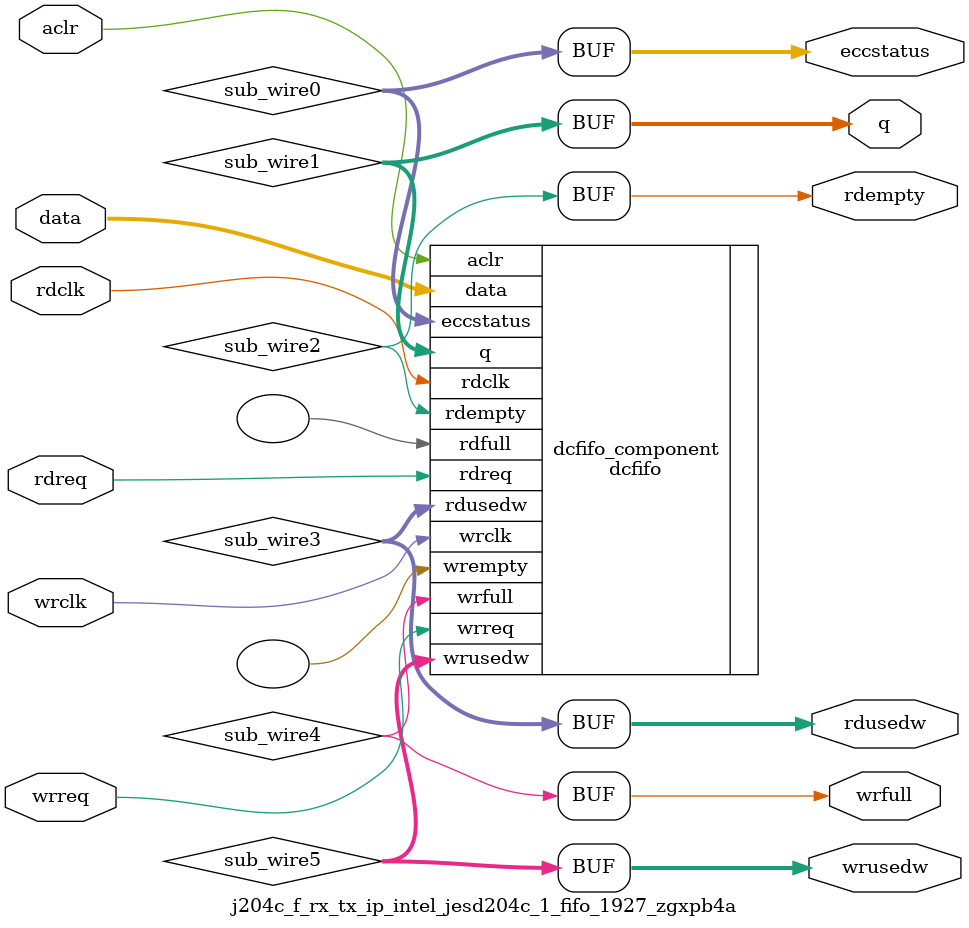
<source format=v>



`timescale 1 ps / 1 ps
// synopsys translate_on
module  j204c_f_rx_tx_ip_intel_jesd204c_1_fifo_1927_zgxpb4a  (
    aclr,
    data,
    rdclk,
    rdreq,
    wrclk,
    wrreq,
    eccstatus,
    q,
    rdempty,
    rdusedw,
    wrfull,
    wrusedw);

    input    aclr;
    input  [63:0]  data;
    input    rdclk;
    input    rdreq;
    input    wrclk;
    input    wrreq;
    output [1:0]  eccstatus;
    output [63:0]  q;
    output   rdempty;
    output [2:0]  rdusedw;
    output   wrfull;
    output [2:0]  wrusedw;
`ifndef ALTERA_RESERVED_QIS
// synopsys translate_off
`endif
    tri0     aclr;
`ifndef ALTERA_RESERVED_QIS
// synopsys translate_on
`endif

    wire [1:0] sub_wire0;
    wire [63:0] sub_wire1;
    wire  sub_wire2;
    wire [2:0] sub_wire3;
    wire  sub_wire4;
    wire [2:0] sub_wire5;
    wire [1:0] eccstatus = sub_wire0[1:0];
    wire [63:0] q = sub_wire1[63:0];
    wire  rdempty = sub_wire2;
    wire [2:0] rdusedw = sub_wire3[2:0];
    wire  wrfull = sub_wire4;
    wire [2:0] wrusedw = sub_wire5[2:0];

    dcfifo  dcfifo_component (
                .aclr (aclr),
                .data (data),
                .rdclk (rdclk),
                .rdreq (rdreq),
                .wrclk (wrclk),
                .wrreq (wrreq),
                .eccstatus (sub_wire0),
                .q (sub_wire1),
                .rdempty (sub_wire2),
                .rdusedw (sub_wire3),
                .wrfull (sub_wire4),
                .wrusedw (sub_wire5),
                .rdfull (),
                .wrempty ());
    defparam
        dcfifo_component.enable_ecc  = "TRUE",
        dcfifo_component.intended_device_family  = "Agilex 7",
        dcfifo_component.lpm_hint  = "RAM_BLOCK_TYPE=M20K,MAXIMUM_DEPTH=128,DISABLE_DCFIFO_EMBEDDED_TIMING_CONSTRAINT=TRUE",
        dcfifo_component.lpm_numwords  = 8,
        dcfifo_component.lpm_showahead  = "OFF",
        dcfifo_component.lpm_type  = "dcfifo",
        dcfifo_component.lpm_width  = 64,
        dcfifo_component.lpm_widthu  = 3,
        dcfifo_component.overflow_checking  = "ON",
        dcfifo_component.rdsync_delaypipe  = 4,
        dcfifo_component.read_aclr_synch  = "ON",
        dcfifo_component.underflow_checking  = "ON",
        dcfifo_component.use_eab  = "ON",
        dcfifo_component.write_aclr_synch  = "ON",
        dcfifo_component.wrsync_delaypipe  = 4;


endmodule



</source>
